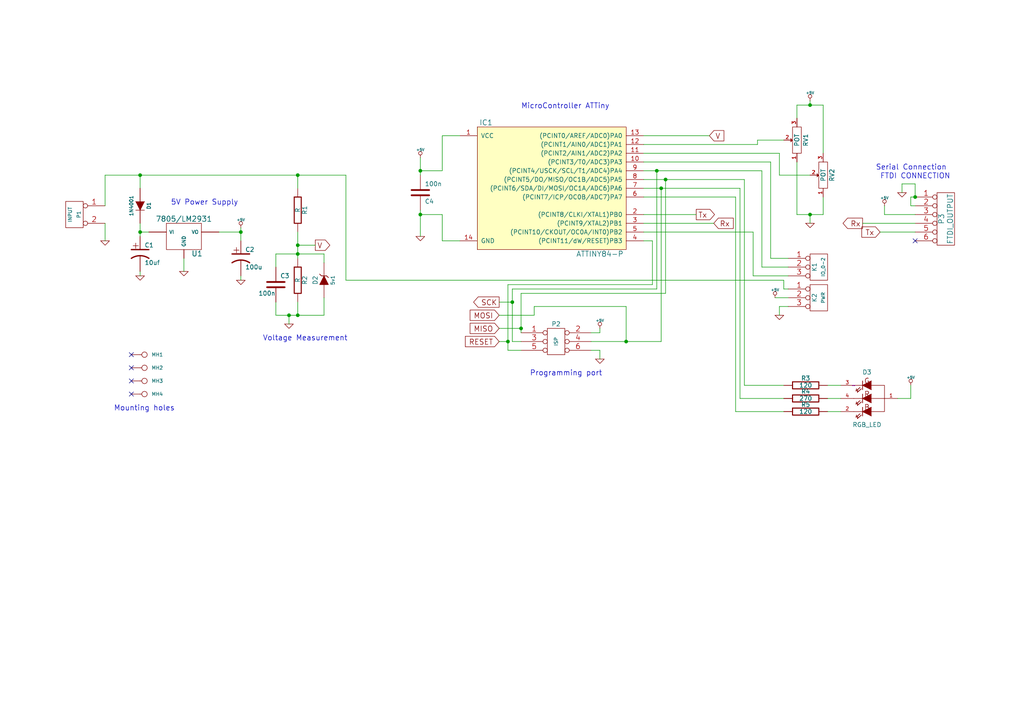
<source format=kicad_sch>
(kicad_sch (version 20230121) (generator eeschema)
  (paper "A4")
  (title_block (date "9 jul 2014"))
  (lib_symbols
    (symbol "Voltage-Display-v1-PCB-rescue:+5V" (power) (pin_names (offset 1.016))
      (property "Value" "+5V" (at 0 2.286 0))
      (symbol "+5V_0_0"
        (pin power_in line (at 0 0 90) (length 0) hide (name "+5V") (number "1"))
      )
      (symbol "+5V_0_1"
        (polyline (pts (xy 0 0) (xy 0 0.762) (xy 0 0.762) (xy 0 0.762)))
        (circle (center 0 1.27) (radius 0.508))
      )
    )
    (symbol "Voltage-Display-v1-PCB-rescue:7805" (pin_numbers hide) (pin_names (offset 0.762))
      (property "Reference" "U" (at 3.81 -4.9784 0))
      (property "Value" "7805" (at 0 5.08 0))
      (symbol "7805_0_1"
        (rectangle (start -5.08 -3.81) (end 5.08 3.81))
      )
      (symbol "7805_1_1"
        (pin input line (at 0 -6.35 90) (length 2.54) (name "GND") (number "GND"))
        (pin input line (at -10.16 1.27 0) (length 5.08) (name "VI") (number "VI"))
        (pin power_out line (at 10.16 1.27 180) (length 5.08) (name "VO") (number "VO"))
      )
    )
    (symbol "Voltage-Display-v1-PCB-rescue:ATTINY84-P" (pin_names (offset 1.016))
      (property "Reference" "IC" (at -19.05 19.05 0))
      (property "Value" "ATTINY84-P" (at 13.97 -19.05 0))
      (symbol "ATTINY84-P_0_1"
        (rectangle (start 21.59 17.78) (end -21.59 -17.78) (fill (type background)))
      )
      (symbol "ATTINY84-P_1_1"
        (pin power_in line (at -26.67 15.24 0) (length 5.08) (name "VCC") (number "1"))
        (pin bidirectional line (at 26.67 7.62 180) (length 5.08) (name "(PCINT3/T0/ADC3)PA3") (number "10"))
        (pin bidirectional line (at 26.67 10.16 180) (length 5.08) (name "(PCINT2/AIN1/ADC2)PA2") (number "11"))
        (pin bidirectional line (at 26.67 12.7 180) (length 5.08) (name "(PCINT1/AIN0/ADC1)PA1") (number "12"))
        (pin bidirectional line (at 26.67 15.24 180) (length 5.08) (name "(PCINT0/AREF/ADC0)PA0") (number "13"))
        (pin power_in line (at -26.67 -15.24 0) (length 5.08) (name "GND") (number "14"))
        (pin bidirectional line (at 26.67 -7.62 180) (length 5.08) (name "(PCINT8/CLKI/XTAL1)PB0") (number "2"))
        (pin bidirectional line (at 26.67 -10.16 180) (length 5.08) (name "(PCINT9/XTAL2)PB1") (number "3"))
        (pin bidirectional line (at 26.67 -15.24 180) (length 5.08) (name "(PCINT11/dW/RESET)PB3") (number "4"))
        (pin bidirectional line (at 26.67 -12.7 180) (length 5.08) (name "(PCINT10/CKOUT/OC0A/INT0)PB2") (number "5"))
        (pin bidirectional line (at 26.67 -2.54 180) (length 5.08) (name "(PCINT7/ICP/OC0B/ADC7)PA7") (number "6"))
        (pin bidirectional line (at 26.67 0 180) (length 5.08) (name "(PCINT6/SDA/DI/MOSI/OC1A/ADC6)PA6") (number "7"))
        (pin bidirectional line (at 26.67 2.54 180) (length 5.08) (name "(PCINT5/DO/MISO/OC1B/ADC5)PA5") (number "8"))
        (pin bidirectional line (at 26.67 5.08 180) (length 5.08) (name "(PCINT4/USCK/SCL/T1/ADC4)PA4") (number "9"))
      )
    )
    (symbol "Voltage-Display-v1-PCB-rescue:C" (pin_numbers hide) (pin_names (offset 0.254))
      (property "Reference" "C" (at 1.27 2.54 0))
      (property "Value" "C" (at 1.27 -2.54 0))
      (symbol "C_0_1"
        (polyline (pts (xy -2.54 -0.762) (xy 2.54 -0.762)) (stroke (width 0.508)))
        (polyline (pts (xy -2.54 0.762) (xy 2.54 0.762)) (stroke (width 0.508)))
      )
      (symbol "C_1_1"
        (pin passive line (at 0 5.08 270) (length 4.318) (name "~") (number "1"))
        (pin passive line (at 0 -5.08 90) (length 4.318) (name "~") (number "2"))
      )
    )
    (symbol "Voltage-Display-v1-PCB-rescue:CONN_1" (pin_numbers hide) (pin_names (offset 0.762) hide)
      (property "Reference" "P" (at 2.032 0 0))
      (symbol "CONN_1_0_1"
        (polyline (pts (xy -0.762 0) (xy -1.27 0)))
        (circle (center 0 0) (radius 0.7874))
      )
      (symbol "CONN_1_1_1"
        (pin passive line (at -3.81 0 0) (length 2.54) (name "1") (number "1"))
      )
    )
    (symbol "Voltage-Display-v1-PCB-rescue:CONN_2" (pin_names (offset 1.016) hide)
      (property "Reference" "P" (at -1.27 0 90))
      (property "Value" "CONN_2" (at 1.27 0 90))
      (symbol "CONN_2_0_1"
        (rectangle (start -2.54 3.81) (end 2.54 -3.81))
      )
      (symbol "CONN_2_1_1"
        (pin passive inverted (at -8.89 2.54 0) (length 6.35) (name "P1") (number "1"))
        (pin passive inverted (at -8.89 -2.54 0) (length 6.35) (name "PM") (number "2"))
      )
    )
    (symbol "Voltage-Display-v1-PCB-rescue:CONN_3" (pin_names (offset 1.016) hide)
      (property "Reference" "K" (at -1.27 0 90))
      (property "Value" "CONN_3" (at 1.27 0 90))
      (symbol "CONN_3_0_1"
        (rectangle (start -2.54 3.81) (end 2.54 -3.81))
      )
      (symbol "CONN_3_1_1"
        (pin passive inverted (at -8.89 2.54 0) (length 6.35) (name "P1") (number "1"))
        (pin passive inverted (at -8.89 0 0) (length 6.35) (name "PM") (number "2"))
        (pin passive inverted (at -8.89 -2.54 0) (length 6.35) (name "P3") (number "3"))
      )
    )
    (symbol "Voltage-Display-v1-PCB-rescue:CONN_3X2" (pin_names (offset 1.016) hide)
      (property "Reference" "P" (at 0 6.35 0))
      (property "Value" "CONN_3X2" (at 0 1.27 90))
      (symbol "CONN_3X2_0_1"
        (rectangle (start -2.54 5.08) (end 2.54 -2.54))
      )
      (symbol "CONN_3X2_1_1"
        (pin passive inverted (at -10.16 3.81 0) (length 7.62) (name "1") (number "1"))
        (pin passive inverted (at 10.16 3.81 180) (length 7.62) (name "2") (number "2"))
        (pin passive inverted (at -10.16 1.27 0) (length 7.62) (name "3") (number "3"))
        (pin passive inverted (at 10.16 1.27 180) (length 7.62) (name "4") (number "4"))
        (pin passive inverted (at -10.16 -1.27 0) (length 7.62) (name "5") (number "5"))
        (pin passive inverted (at 10.16 -1.27 180) (length 7.62) (name "6") (number "6"))
      )
    )
    (symbol "Voltage-Display-v1-PCB-rescue:CONN_6" (pin_names (offset 0.762) hide)
      (property "Reference" "P" (at -1.27 0 90))
      (property "Value" "CONN_6" (at 1.27 0 90))
      (symbol "CONN_6_0_1"
        (rectangle (start -2.54 7.62) (end 2.54 -7.62))
      )
      (symbol "CONN_6_1_1"
        (pin passive inverted (at -8.89 6.35 0) (length 6.35) (name "1") (number "1"))
        (pin passive inverted (at -8.89 3.81 0) (length 6.35) (name "2") (number "2"))
        (pin passive inverted (at -8.89 1.27 0) (length 6.35) (name "3") (number "3"))
        (pin passive inverted (at -8.89 -1.27 0) (length 6.35) (name "4") (number "4"))
        (pin passive inverted (at -8.89 -3.81 0) (length 6.35) (name "5") (number "5"))
        (pin passive inverted (at -8.89 -6.35 0) (length 6.35) (name "6") (number "6"))
      )
    )
    (symbol "Voltage-Display-v1-PCB-rescue:CP1" (pin_numbers hide) (pin_names (offset 0.254) hide)
      (property "Reference" "C" (at 1.27 2.54 0))
      (property "Value" "CP1" (at 1.27 -2.54 0))
      (symbol "CP1_0_0"
        (text "+" (at -1.27 2.54 0) (effects (font (size 2.032 2.032))))
      )
      (symbol "CP1_0_1"
        (polyline (pts (xy -2.54 1.27) (xy 2.54 1.27) (xy 1.27 1.27) (xy 1.27 1.27)) (stroke (width 0.381)))
        (arc (start 2.54 -1.27) (mid 0 -0.5009) (end -2.54 -1.27) (stroke (width 0.381)))
      )
      (symbol "CP1_1_1"
        (pin passive line (at 0 5.08 270) (length 3.81) (name "~") (number "1"))
        (pin passive line (at 0 -5.08 90) (length 4.572) (name "~") (number "2"))
      )
    )
    (symbol "Voltage-Display-v1-PCB-rescue:DIODE" (pin_numbers hide) (pin_names (offset 1.016) hide)
      (property "Reference" "D" (at 0 2.54 0))
      (property "Value" "DIODE" (at 0 -2.54 0))
      (symbol "DIODE_0_1"
        (polyline (pts (xy 1.27 1.27) (xy 1.27 -1.27)) (stroke (width 0.1524)))
        (polyline (pts (xy -1.27 1.27) (xy 1.27 0) (xy -1.27 -1.27)) (fill (type outline)))
      )
      (symbol "DIODE_1_1"
        (pin passive line (at -5.08 0 0) (length 3.81) (name "A") (number "1"))
        (pin passive line (at 5.08 0 180) (length 3.81) (name "K") (number "2"))
      )
    )
    (symbol "Voltage-Display-v1-PCB-rescue:GND" (power) (pin_names (offset 0))
      (symbol "GND_0_1"
        (polyline (pts (xy -1.27 0) (xy 0 -1.27) (xy 1.27 0) (xy -1.27 0)))
      )
      (symbol "GND_1_1"
        (pin power_in line (at 0 0 90) (length 0) hide (name "GND") (number "1"))
      )
    )
    (symbol "Voltage-Display-v1-PCB-rescue:POT" (pin_names (offset 1.016) hide)
      (property "Reference" "RV" (at 0 -2.54 0))
      (property "Value" "POT" (at 0 0 0))
      (symbol "POT_0_1"
        (rectangle (start -3.81 1.27) (end 3.81 -1.27))
        (polyline (pts (xy 0 1.27) (xy -0.508 1.778) (xy 0.508 1.778)) (fill (type outline)))
      )
      (symbol "POT_1_1"
        (pin passive line (at -6.35 0 0) (length 2.54) (name "1") (number "1"))
        (pin passive line (at 0 3.81 270) (length 2.032) (name "2") (number "2"))
        (pin passive line (at 6.35 0 180) (length 2.54) (name "3") (number "3"))
      )
    )
    (symbol "Voltage-Display-v1-PCB-rescue:R" (pin_numbers hide) (pin_names (offset 0))
      (property "Reference" "R" (at 2.032 0 90))
      (property "Value" "R" (at 0 0 90))
      (symbol "R_0_1"
        (rectangle (start -1.016 3.81) (end 1.016 -3.81) (stroke (width 0.3048)))
      )
      (symbol "R_1_1"
        (pin passive line (at 0 6.35 270) (length 2.54) (name "~") (number "1"))
        (pin passive line (at 0 -6.35 90) (length 2.54) (name "~") (number "2"))
      )
    )
    (symbol "Voltage-Display-v1-PCB-rescue:RGB_LED" (pin_names (offset 1.016) hide)
      (property "Reference" "D" (at -3.81 3.81 0))
      (property "Value" "RGB_LED" (at -3.81 -11.43 0))
      (symbol "RGB_LED_0_0"
        (text "B" (at -3.81 -6.35 0) (effects (font (size 1.524 1.524))))
        (text "G" (at -3.81 1.27 0) (effects (font (size 1.524 1.524))))
        (text "R" (at -3.81 -2.54 0) (effects (font (size 1.524 1.524))))
      )
      (symbol "RGB_LED_0_1"
        (polyline (pts (xy -2.54 -6.35) (xy -2.54 -8.89)))
        (polyline (pts (xy -2.54 -6.35) (xy -2.54 -8.89)))
        (polyline (pts (xy -2.54 -2.54) (xy -2.54 -5.08)))
        (polyline (pts (xy -2.54 -2.54) (xy -2.54 -5.08)))
        (polyline (pts (xy -2.54 1.27) (xy -2.54 -1.27)))
        (polyline (pts (xy -2.54 1.27) (xy -2.54 -1.27)))
        (polyline (pts (xy -8.89 -3.81) (xy -5.08 -3.81) (xy -5.08 -3.81)))
        (polyline (pts (xy -5.08 -6.35) (xy -2.54 -7.62) (xy -5.08 -8.89)) (fill (type outline)))
        (polyline (pts (xy -5.08 -6.35) (xy -2.54 -7.62) (xy -5.08 -8.89)) (fill (type outline)))
        (polyline (pts (xy -5.08 -2.54) (xy -2.54 -3.81) (xy -5.08 -5.08)) (fill (type outline)))
        (polyline (pts (xy -5.08 -2.54) (xy -2.54 -3.81) (xy -5.08 -5.08)) (fill (type outline)))
        (polyline (pts (xy -5.08 1.27) (xy -2.54 0) (xy -5.08 -1.27)) (fill (type outline)))
        (polyline (pts (xy -5.08 1.27) (xy -2.54 0) (xy -5.08 -1.27)) (fill (type outline)))
        (polyline (pts (xy -2.54 -7.62) (xy 0 -7.62) (xy 0 -7.62)))
        (polyline (pts (xy -2.54 -3.81) (xy 0 -3.81) (xy 0 -3.81)))
        (polyline (pts (xy -2.54 0) (xy 0 0) (xy 0 0)))
        (polyline (pts (xy -2.159 -8.636) (xy -1.016 -9.652) (xy -1.143 -9.017)))
        (polyline (pts (xy -2.159 -8.636) (xy -1.016 -9.652) (xy -1.143 -9.017)))
        (polyline (pts (xy -2.159 -4.826) (xy -1.016 -5.842) (xy -1.143 -5.207)))
        (polyline (pts (xy -2.159 -4.826) (xy -1.016 -5.842) (xy -1.143 -5.207)))
        (polyline (pts (xy -2.159 -1.016) (xy -1.016 -2.032) (xy -1.143 -1.397)))
        (polyline (pts (xy -2.159 -1.016) (xy -1.016 -2.032) (xy -1.143 -1.397)))
        (polyline (pts (xy -1.778 -8.255) (xy -0.635 -9.271) (xy -0.762 -8.636)))
        (polyline (pts (xy -1.778 -8.255) (xy -0.635 -9.271) (xy -0.762 -8.636)))
        (polyline (pts (xy -1.778 -4.445) (xy -0.635 -5.461) (xy -0.762 -4.826)))
        (polyline (pts (xy -1.778 -4.445) (xy -0.635 -5.461) (xy -0.762 -4.826)))
        (polyline (pts (xy -1.778 -0.635) (xy -0.635 -1.651) (xy -0.762 -1.016)))
        (polyline (pts (xy -1.778 -0.635) (xy -0.635 -1.651) (xy -0.762 -1.016)))
        (polyline (pts (xy -5.08 0) (xy -8.89 0) (xy -8.89 -3.81) (xy -8.89 -3.81) (xy -8.89 -7.62) (xy -8.89 -7.62) (xy -5.08 -7.62) (xy -5.08 -7.62) (xy -5.08 -7.62)))
      )
      (symbol "RGB_LED_1_1"
        (pin passive line (at -12.7 -3.81 0) (length 3.81) (name "A") (number "1"))
        (pin passive line (at 3.81 -7.62 180) (length 3.81) (name "B") (number "2"))
        (pin passive line (at 3.81 0 180) (length 3.81) (name "G") (number "3"))
        (pin passive line (at 3.81 -3.81 180) (length 3.81) (name "R") (number "4"))
      )
    )
    (symbol "Voltage-Display-v1-PCB-rescue:ZENER" (pin_numbers hide) (pin_names (offset 1.016) hide)
      (property "Reference" "D" (at 0 2.54 0))
      (property "Value" "ZENER" (at 0 -2.54 0))
      (symbol "ZENER_0_1"
        (polyline (pts (xy 1.27 0) (xy -1.27 1.27) (xy -1.27 -1.27) (xy 1.27 0) (xy 1.27 0)) (fill (type outline)))
        (polyline (pts (xy 1.778 1.27) (xy 1.27 0.762) (xy 1.27 -0.762) (xy 0.762 -1.27) (xy 0.762 -1.27)) (stroke (width 0.2032)))
      )
      (symbol "ZENER_1_1"
        (pin passive line (at -5.08 0 0) (length 3.81) (name "A") (number "1"))
        (pin passive line (at 5.08 0 180) (length 3.81) (name "K") (number "2"))
      )
    )
  )
  (junction (at 83.82 91.44))
  (junction (at 191.77 54.61))
  (junction (at 234.95 62.23))
  (junction (at 190.5 49.53))
  (junction (at 40.64 67.31))
  (junction (at 86.36 71.12))
  (junction (at 86.36 50.8))
  (junction (at 148.59 87.63))
  (junction (at 40.64 50.8))
  (junction (at 147.32 99.06))
  (junction (at 69.85 67.31))
  (junction (at 151.13 95.25))
  (junction (at 193.04 52.07))
  (junction (at 121.92 62.23))
  (junction (at 181.61 99.06))
  (junction (at 121.92 49.53))
  (junction (at 86.36 73.66))
  (junction (at 234.95 30.48))
  (junction (at 86.36 91.44))
  (junction (at 265.43 57.15))
  (no_connect (at 38.1 110.49))
  (no_connect (at 265.43 69.85))
  (no_connect (at 38.1 106.68))
  (no_connect (at 38.1 114.3))
  (no_connect (at 38.1 102.87))
  (wire (pts (xy 30.48 69.85) (xy 30.48 64.77)))
  (wire (pts (xy 186.69 44.45) (xy 226.06 44.45)))
  (wire (pts (xy 181.61 88.9) (xy 154.94 88.9)))
  (wire (pts (xy 189.23 69.85) (xy 186.69 69.85)))
  (wire (pts (xy 256.54 62.23) (xy 265.43 62.23)))
  (wire (pts (xy 86.36 91.44) (xy 83.82 91.44)))
  (wire (pts (xy 147.32 99.06) (xy 147.32 101.6)))
  (wire (pts (xy 191.77 99.06) (xy 191.77 54.61)))
  (wire (pts (xy 226.06 88.9) (xy 226.06 91.44)))
  (wire (pts (xy 186.69 57.15) (xy 213.36 57.15)))
  (wire (pts (xy 228.6 83.82) (xy 227.33 83.82)))
  (wire (pts (xy 227.33 111.76) (xy 215.9 111.76)))
  (wire (pts (xy 154.94 88.9) (xy 154.94 91.44)))
  (wire (pts (xy 151.13 95.25) (xy 151.13 96.52)))
  (wire (pts (xy 173.99 101.6) (xy 173.99 104.14)))
  (wire (pts (xy 264.16 57.15) (xy 265.43 57.15)))
  (wire (pts (xy 93.98 91.44) (xy 93.98 86.36)))
  (wire (pts (xy 151.13 99.06) (xy 148.59 99.06)))
  (wire (pts (xy 238.76 62.23) (xy 238.76 57.15)))
  (wire (pts (xy 86.36 50.8) (xy 86.36 54.61)))
  (wire (pts (xy 86.36 71.12) (xy 91.44 71.12)))
  (wire (pts (xy 265.43 53.34) (xy 261.62 53.34)))
  (wire (pts (xy 93.98 73.66) (xy 93.98 76.2)))
  (wire (pts (xy 69.85 69.85) (xy 69.85 67.31)))
  (wire (pts (xy 147.32 82.55) (xy 189.23 82.55)))
  (wire (pts (xy 121.92 45.72) (xy 121.92 49.53)))
  (wire (pts (xy 256.54 62.23) (xy 256.54 59.69)))
  (wire (pts (xy 121.92 62.23) (xy 128.27 62.23)))
  (wire (pts (xy 186.69 67.31) (xy 218.44 67.31)))
  (wire (pts (xy 234.95 29.21) (xy 234.95 30.48)))
  (wire (pts (xy 243.84 111.76) (xy 240.03 111.76)))
  (wire (pts (xy 218.44 80.01) (xy 228.6 80.01)))
  (wire (pts (xy 223.52 74.93) (xy 228.6 74.93)))
  (wire (pts (xy 69.85 67.31) (xy 69.85 66.04)))
  (wire (pts (xy 86.36 73.66) (xy 86.36 74.93)))
  (wire (pts (xy 193.04 52.07) (xy 215.9 52.07)))
  (wire (pts (xy 186.69 64.77) (xy 207.01 64.77)))
  (wire (pts (xy 121.92 49.53) (xy 128.27 49.53)))
  (wire (pts (xy 86.36 50.8) (xy 100.33 50.8)))
  (wire (pts (xy 264.16 115.57) (xy 264.16 111.76)))
  (wire (pts (xy 189.23 82.55) (xy 189.23 69.85)))
  (wire (pts (xy 264.16 59.69) (xy 264.16 57.15)))
  (wire (pts (xy 40.64 64.77) (xy 40.64 67.31)))
  (wire (pts (xy 151.13 85.09) (xy 151.13 95.25)))
  (wire (pts (xy 80.01 77.47) (xy 80.01 73.66)))
  (wire (pts (xy 231.14 34.29) (xy 231.14 30.48)))
  (wire (pts (xy 224.79 86.36) (xy 228.6 86.36)))
  (wire (pts (xy 63.5 67.31) (xy 69.85 67.31)))
  (wire (pts (xy 190.5 83.82) (xy 190.5 49.53)))
  (wire (pts (xy 234.95 30.48) (xy 238.76 30.48)))
  (wire (pts (xy 173.99 96.52) (xy 173.99 95.25)))
  (wire (pts (xy 228.6 77.47) (xy 220.98 77.47)))
  (wire (pts (xy 231.14 46.99) (xy 231.14 62.23)))
  (wire (pts (xy 148.59 87.63) (xy 148.59 83.82)))
  (wire (pts (xy 265.43 59.69) (xy 264.16 59.69)))
  (wire (pts (xy 30.48 50.8) (xy 40.64 50.8)))
  (wire (pts (xy 214.63 54.61) (xy 214.63 115.57)))
  (wire (pts (xy 93.98 91.44) (xy 86.36 91.44)))
  (wire (pts (xy 226.06 50.8) (xy 234.95 50.8)))
  (wire (pts (xy 213.36 119.38) (xy 227.33 119.38)))
  (wire (pts (xy 86.36 71.12) (xy 86.36 73.66)))
  (wire (pts (xy 43.18 67.31) (xy 40.64 67.31)))
  (wire (pts (xy 83.82 93.98) (xy 83.82 91.44)))
  (wire (pts (xy 193.04 85.09) (xy 193.04 52.07)))
  (wire (pts (xy 265.43 53.34) (xy 265.43 57.15)))
  (wire (pts (xy 190.5 49.53) (xy 220.98 49.53)))
  (wire (pts (xy 128.27 69.85) (xy 133.35 69.85)))
  (wire (pts (xy 69.85 81.28) (xy 69.85 80.01)))
  (wire (pts (xy 191.77 54.61) (xy 214.63 54.61)))
  (wire (pts (xy 243.84 115.57) (xy 240.03 115.57)))
  (wire (pts (xy 220.98 77.47) (xy 220.98 49.53)))
  (wire (pts (xy 234.95 64.77) (xy 234.95 62.23)))
  (wire (pts (xy 171.45 96.52) (xy 173.99 96.52)))
  (wire (pts (xy 144.78 99.06) (xy 147.32 99.06)))
  (wire (pts (xy 238.76 30.48) (xy 238.76 44.45)))
  (wire (pts (xy 128.27 62.23) (xy 128.27 69.85)))
  (wire (pts (xy 260.35 115.57) (xy 264.16 115.57)))
  (wire (pts (xy 223.52 46.99) (xy 223.52 74.93)))
  (wire (pts (xy 171.45 101.6) (xy 173.99 101.6)))
  (wire (pts (xy 227.33 83.82) (xy 227.33 81.28)))
  (wire (pts (xy 186.69 52.07) (xy 193.04 52.07)))
  (wire (pts (xy 86.36 73.66) (xy 93.98 73.66)))
  (wire (pts (xy 53.34 78.74) (xy 53.34 74.93)))
  (wire (pts (xy 213.36 57.15) (xy 213.36 119.38)))
  (wire (pts (xy 121.92 62.23) (xy 121.92 68.58)))
  (wire (pts (xy 151.13 95.25) (xy 144.78 95.25)))
  (wire (pts (xy 151.13 85.09) (xy 193.04 85.09)))
  (wire (pts (xy 86.36 67.31) (xy 86.36 71.12)))
  (wire (pts (xy 121.92 60.96) (xy 121.92 62.23)))
  (wire (pts (xy 80.01 73.66) (xy 86.36 73.66)))
  (wire (pts (xy 186.69 54.61) (xy 191.77 54.61)))
  (wire (pts (xy 144.78 87.63) (xy 148.59 87.63)))
  (wire (pts (xy 40.64 80.01) (xy 40.64 78.74)))
  (wire (pts (xy 40.64 50.8) (xy 86.36 50.8)))
  (wire (pts (xy 261.62 53.34) (xy 261.62 55.88)))
  (wire (pts (xy 255.27 67.31) (xy 265.43 67.31)))
  (wire (pts (xy 80.01 91.44) (xy 80.01 87.63)))
  (wire (pts (xy 250.19 64.77) (xy 265.43 64.77)))
  (wire (pts (xy 219.71 40.64) (xy 227.33 40.64)))
  (wire (pts (xy 186.69 39.37) (xy 205.74 39.37)))
  (wire (pts (xy 226.06 44.45) (xy 226.06 50.8)))
  (wire (pts (xy 147.32 82.55) (xy 147.32 99.06)))
  (wire (pts (xy 181.61 99.06) (xy 181.61 88.9)))
  (wire (pts (xy 148.59 99.06) (xy 148.59 87.63)))
  (wire (pts (xy 30.48 59.69) (xy 30.48 50.8)))
  (wire (pts (xy 154.94 91.44) (xy 144.78 91.44)))
  (wire (pts (xy 147.32 101.6) (xy 151.13 101.6)))
  (wire (pts (xy 83.82 91.44) (xy 80.01 91.44)))
  (wire (pts (xy 186.69 46.99) (xy 223.52 46.99)))
  (wire (pts (xy 215.9 52.07) (xy 215.9 111.76)))
  (wire (pts (xy 86.36 91.44) (xy 86.36 87.63)))
  (wire (pts (xy 231.14 30.48) (xy 234.95 30.48)))
  (wire (pts (xy 228.6 88.9) (xy 226.06 88.9)))
  (wire (pts (xy 128.27 39.37) (xy 133.35 39.37)))
  (wire (pts (xy 231.14 62.23) (xy 234.95 62.23)))
  (wire (pts (xy 121.92 49.53) (xy 121.92 50.8)))
  (wire (pts (xy 181.61 99.06) (xy 191.77 99.06)))
  (wire (pts (xy 227.33 115.57) (xy 214.63 115.57)))
  (wire (pts (xy 40.64 67.31) (xy 40.64 68.58)))
  (wire (pts (xy 234.95 62.23) (xy 238.76 62.23)))
  (wire (pts (xy 128.27 49.53) (xy 128.27 39.37)))
  (wire (pts (xy 100.33 81.28) (xy 100.33 50.8)))
  (wire (pts (xy 186.69 49.53) (xy 190.5 49.53)))
  (wire (pts (xy 186.69 41.91) (xy 219.71 41.91)))
  (wire (pts (xy 186.69 62.23) (xy 201.93 62.23)))
  (wire (pts (xy 148.59 83.82) (xy 190.5 83.82)))
  (wire (pts (xy 218.44 67.31) (xy 218.44 80.01)))
  (wire (pts (xy 227.33 81.28) (xy 100.33 81.28)))
  (wire (pts (xy 243.84 119.38) (xy 240.03 119.38)))
  (wire (pts (xy 40.64 50.8) (xy 40.64 54.61)))
  (wire (pts (xy 171.45 99.06) (xy 181.61 99.06)))
  (wire (pts (xy 219.71 41.91) (xy 219.71 40.64)))
  (text "Mounting holes" (at 33.02 119.38 0) (effects (font (size 1.524 1.524)) (justify left bottom)))
  (text "Serial Connection" (at 254 49.53 0) (effects (font (size 1.524 1.524)) (justify left bottom)))
  (text "Programming port" (at 153.67 109.22 0) (effects (font (size 1.524 1.524)) (justify left bottom)))
  (text "5V Power Supply" (at 49.53 59.69 0) (effects (font (size 1.524 1.524)) (justify left bottom)))
  (text "Voltage Measurement" (at 76.2 99.06 0) (effects (font (size 1.524 1.524)) (justify left bottom)))
  (text "FTDI CONNECTION" (at 255.27 52.07 0) (effects (font (size 1.524 1.524)) (justify left bottom)))
  (text "MicroController ATTiny" (at 151.13 31.75 0) (effects (font (size 1.524 1.524)) (justify left bottom)))
  (global_label "MISO" (shape input) (at 144.78 95.25 180) (effects (font (size 1.524 1.524))) (property "Intersheetrefs" "${INTERSHEET_REFS}" (effects hide)))
  (global_label "MOSI" (shape input) (at 144.78 91.44 180) (effects (font (size 1.524 1.524))) (property "Intersheetrefs" "${INTERSHEET_REFS}" (effects hide)))
  (global_label "Tx" (shape output) (at 201.93 62.23 0) (effects (font (size 1.524 1.524))) (property "Intersheetrefs" "${INTERSHEET_REFS}" (effects hide)))
  (global_label "Tx" (shape input) (at 255.27 67.31 180) (effects (font (size 1.524 1.524))) (property "Intersheetrefs" "${INTERSHEET_REFS}" (effects hide)))
  (global_label "SCK" (shape output) (at 144.78 87.63 180) (effects (font (size 1.524 1.524))) (property "Intersheetrefs" "${INTERSHEET_REFS}" (effects hide)))
  (global_label "Rx" (shape output) (at 250.19 64.77 180) (effects (font (size 1.524 1.524))) (property "Intersheetrefs" "${INTERSHEET_REFS}" (effects hide)))
  (global_label "Rx" (shape input) (at 207.01 64.77 0) (effects (font (size 1.524 1.524))) (property "Intersheetrefs" "${INTERSHEET_REFS}" (effects hide)))
  (global_label "RESET" (shape input) (at 144.78 99.06 180) (effects (font (size 1.524 1.524))) (property "Intersheetrefs" "${INTERSHEET_REFS}" (effects hide)))
  (global_label "V" (shape input) (at 205.74 39.37 0) (effects (font (size 1.524 1.524))) (property "Intersheetrefs" "${INTERSHEET_REFS}" (effects hide)))
  (global_label "V" (shape output) (at 91.44 71.12 0) (effects (font (size 1.524 1.524))) (property "Intersheetrefs" "${INTERSHEET_REFS}" (effects hide)))
  (symbol (lib_id "Voltage-Display-v1-PCB-rescue:CP1") (at 40.64 73.66 0) (unit 1)
    (property "Reference" "C1" (at 41.91 71.12 0) (effects (justify left)))
    (property "Value" "10uf" (at 41.91 76.2 0) (effects (justify left)))
  )
  (symbol (lib_id "Voltage-Display-v1-PCB-rescue:CP1") (at 69.85 74.93 0) (unit 1)
    (property "Reference" "C2" (at 71.12 72.39 0) (effects (justify left)))
    (property "Value" "100u" (at 71.12 77.47 0) (effects (justify left)))
  )
  (symbol (lib_id "Voltage-Display-v1-PCB-rescue:7805") (at 53.34 68.58 0) (unit 1)
    (property "Reference" "U1" (at 57.15 73.5584 0) (effects (font (size 1.524 1.524))))
    (property "Value" "7805/LM2931" (at 53.34 63.5 0) (effects (font (size 1.524 1.524))))
  )
  (symbol (lib_id "Voltage-Display-v1-PCB-rescue:C") (at 121.92 55.88 0) (mirror x) (unit 1)
    (property "Reference" "C4" (at 123.19 58.42 0) (effects (justify left)))
    (property "Value" "100n" (at 123.19 53.34 0) (effects (justify left)))
  )
  (symbol (lib_id "Voltage-Display-v1-PCB-rescue:CONN_2") (at 21.59 62.23 0) (mirror y) (unit 1)
    (property "Reference" "P1" (at 22.86 62.23 90) (effects (font (size 1.016 1.016))))
    (property "Value" "INPUT" (at 20.32 62.23 90) (effects (font (size 1.016 1.016))))
  )
  (symbol (lib_id "Voltage-Display-v1-PCB-rescue:R") (at 86.36 60.96 0) (unit 1)
    (property "Reference" "R1" (at 88.392 60.96 90))
    (property "Value" "R" (at 86.36 60.96 90))
  )
  (symbol (lib_id "Voltage-Display-v1-PCB-rescue:R") (at 86.36 81.28 0) (unit 1)
    (property "Reference" "R2" (at 88.392 81.28 90))
    (property "Value" "R" (at 86.36 81.28 90))
  )
  (symbol (lib_id "Voltage-Display-v1-PCB-rescue:CONN_3X2") (at 161.29 100.33 0) (unit 1)
    (property "Reference" "P2" (at 161.29 93.98 0))
    (property "Value" "ISP" (at 161.29 99.06 90) (effects (font (size 1.016 1.016))))
  )
  (symbol (lib_id "Voltage-Display-v1-PCB-rescue:DIODE") (at 40.64 59.69 270) (unit 1)
    (property "Reference" "D1" (at 43.18 59.69 0) (effects (font (size 1.016 1.016))))
    (property "Value" "1N4001" (at 38.1 59.69 0) (effects (font (size 1.016 1.016))))
  )
  (symbol (lib_id "Voltage-Display-v1-PCB-rescue:C") (at 80.01 82.55 0) (unit 1)
    (property "Reference" "C3" (at 81.28 80.01 0) (effects (justify left)))
    (property "Value" "100n" (at 74.93 85.09 0) (effects (justify left)))
  )
  (symbol (lib_id "Voltage-Display-v1-PCB-rescue:GND") (at 53.34 78.74 0) (unit 1)
    (property "Reference" "#PWR010" (effects hide))
    (property "Value" "GND" (effects hide))
  )
  (symbol (lib_id "Voltage-Display-v1-PCB-rescue:GND") (at 83.82 93.98 0) (unit 1)
    (property "Reference" "#PWR09" (effects hide))
    (property "Value" "GND" (effects hide))
  )
  (symbol (lib_id "Voltage-Display-v1-PCB-rescue:GND") (at 173.99 104.14 0) (unit 1)
    (property "Reference" "#PWR08" (effects hide))
    (property "Value" "GND" (effects hide))
  )
  (symbol (lib_id "Voltage-Display-v1-PCB-rescue:+5V") (at 173.99 95.25 0) (unit 1)
    (property "Reference" "#PWR07" (effects hide))
    (property "Value" "+5V" (at 173.99 92.964 0) (effects (font (size 0.762 0.762))))
  )
  (symbol (lib_id "Voltage-Display-v1-PCB-rescue:+5V") (at 121.92 45.72 0) (unit 1)
    (property "Reference" "#PWR06" (effects hide))
    (property "Value" "+5V" (at 121.92 43.434 0) (effects (font (size 0.762 0.762))))
  )
  (symbol (lib_id "Voltage-Display-v1-PCB-rescue:+5V") (at 69.85 66.04 0) (unit 1)
    (property "Reference" "#PWR05" (effects hide))
    (property "Value" "+5V" (at 69.85 63.754 0) (effects (font (size 0.762 0.762))))
  )
  (symbol (lib_id "Voltage-Display-v1-PCB-rescue:GND") (at 40.64 80.01 0) (unit 1)
    (property "Reference" "#PWR04" (effects hide))
    (property "Value" "GND" (effects hide))
  )
  (symbol (lib_id "Voltage-Display-v1-PCB-rescue:GND") (at 121.92 68.58 0) (unit 1)
    (property "Reference" "#PWR03" (effects hide))
    (property "Value" "GND" (effects hide))
  )
  (symbol (lib_id "Voltage-Display-v1-PCB-rescue:GND") (at 69.85 81.28 0) (unit 1)
    (property "Reference" "#PWR02" (effects hide))
    (property "Value" "GND" (effects hide))
  )
  (symbol (lib_id "Voltage-Display-v1-PCB-rescue:ZENER") (at 93.98 81.28 90) (unit 1)
    (property "Reference" "D2" (at 91.44 81.28 0))
    (property "Value" "5v1" (at 96.52 81.28 0) (effects (font (size 1.016 1.016))))
  )
  (symbol (lib_id "Voltage-Display-v1-PCB-rescue:GND") (at 261.62 55.88 0) (unit 1)
    (property "Reference" "#PWR01" (effects hide))
    (property "Value" "GND" (effects hide))
  )
  (symbol (lib_id "Voltage-Display-v1-PCB-rescue:CONN_3") (at 237.49 77.47 0) (unit 1)
    (property "Reference" "K1" (at 236.22 77.47 90))
    (property "Value" "IO_0-2" (at 238.76 77.47 90) (effects (font (size 1.016 1.016))))
  )
  (symbol (lib_id "Voltage-Display-v1-PCB-rescue:CONN_6") (at 274.32 63.5 0) (unit 1)
    (property "Reference" "P3" (at 273.05 63.5 90) (effects (font (size 1.524 1.524))))
    (property "Value" "FTDI_OUTPUT" (at 275.59 63.5 90) (effects (font (size 1.524 1.524))))
  )
  (symbol (lib_id "Voltage-Display-v1-PCB-rescue:CONN_1") (at 41.91 102.87 0) (unit 1)
    (property "Reference" "MH1" (at 43.942 102.87 0) (effects (font (size 1.016 1.016)) (justify left)))
    (property "Value" "CONN_1" (effects hide))
  )
  (symbol (lib_id "Voltage-Display-v1-PCB-rescue:CONN_1") (at 41.91 106.68 0) (unit 1)
    (property "Reference" "MH2" (at 43.942 106.68 0) (effects (font (size 1.016 1.016)) (justify left)))
    (property "Value" "CONN_1" (effects hide))
  )
  (symbol (lib_id "Voltage-Display-v1-PCB-rescue:CONN_1") (at 41.91 110.49 0) (unit 1)
    (property "Reference" "MH3" (at 43.942 110.49 0) (effects (font (size 1.016 1.016)) (justify left)))
    (property "Value" "CONN_1" (effects hide))
  )
  (symbol (lib_id "Voltage-Display-v1-PCB-rescue:CONN_1") (at 41.91 114.3 0) (unit 1)
    (property "Reference" "MH4" (at 43.942 114.3 0) (effects (font (size 1.016 1.016)) (justify left)))
    (property "Value" "CONN_1" (effects hide))
  )
  (symbol (lib_id "Voltage-Display-v1-PCB-rescue:+5V") (at 256.54 59.69 0) (unit 1)
    (property "Reference" "#PWR011" (effects hide))
    (property "Value" "+5V" (at 256.54 57.404 0) (effects (font (size 0.762 0.762))))
  )
  (symbol (lib_id "Voltage-Display-v1-PCB-rescue:RGB_LED") (at 247.65 111.76 0) (mirror y) (unit 1)
    (property "Reference" "D3" (at 251.46 107.95 0))
    (property "Value" "RGB_LED" (at 251.46 123.19 0))
    (property "Footprint" "~" (at 247.65 111.76 0) (effects (font (size 1.524 1.524))))
    (property "Datasheet" "~" (at 247.65 111.76 0) (effects (font (size 1.524 1.524))))
  )
  (symbol (lib_id "Voltage-Display-v1-PCB-rescue:GND") (at 30.48 69.85 0) (unit 1)
    (property "Reference" "#PWR012" (effects hide))
    (property "Value" "GND" (effects hide))
  )
  (symbol (lib_id "Voltage-Display-v1-PCB-rescue:ATTINY84-P") (at 160.02 54.61 0) (unit 1)
    (property "Reference" "IC1" (at 140.97 35.56 0) (effects (font (size 1.524 1.524))))
    (property "Value" "ATTINY84-P" (at 173.99 73.66 0) (effects (font (size 1.524 1.524))))
    (property "Footprint" "DIP14" (effects hide))
  )
  (symbol (lib_id "Voltage-Display-v1-PCB-rescue:+5V") (at 264.16 111.76 0) (mirror y) (unit 1)
    (property "Reference" "#PWR013" (effects hide))
    (property "Value" "+5V" (at 264.16 109.474 0) (effects (font (size 0.762 0.762))))
  )
  (symbol (lib_id "Voltage-Display-v1-PCB-rescue:R") (at 233.68 111.76 270) (mirror x) (unit 1)
    (property "Reference" "R3" (at 233.68 109.728 90))
    (property "Value" "120" (at 233.68 111.76 90))
  )
  (symbol (lib_id "Voltage-Display-v1-PCB-rescue:R") (at 233.68 115.57 270) (mirror x) (unit 1)
    (property "Reference" "R4" (at 233.68 113.538 90))
    (property "Value" "270" (at 233.68 115.57 90))
  )
  (symbol (lib_id "Voltage-Display-v1-PCB-rescue:R") (at 233.68 119.38 270) (mirror x) (unit 1)
    (property "Reference" "R5" (at 233.68 117.348 90))
    (property "Value" "120" (at 233.68 119.38 90))
  )
  (symbol (lib_id "Voltage-Display-v1-PCB-rescue:POT") (at 231.14 40.64 90) (unit 1)
    (property "Reference" "RV1" (at 233.68 40.64 0))
    (property "Value" "POT" (at 231.14 40.64 0))
  )
  (symbol (lib_id "Voltage-Display-v1-PCB-rescue:POT") (at 238.76 50.8 90) (unit 1)
    (property "Reference" "RV2" (at 241.3 50.8 0))
    (property "Value" "POT" (at 238.76 50.8 0))
  )
  (symbol (lib_id "Voltage-Display-v1-PCB-rescue:+5V") (at 234.95 29.21 0) (unit 1)
    (property "Reference" "#PWR014" (effects hide))
    (property "Value" "+5V" (at 234.95 26.924 0) (effects (font (size 0.762 0.762))))
  )
  (symbol (lib_id "Voltage-Display-v1-PCB-rescue:GND") (at 234.95 64.77 0) (unit 1)
    (property "Reference" "#PWR015" (effects hide))
    (property "Value" "GND" (effects hide))
  )
  (symbol (lib_id "Voltage-Display-v1-PCB-rescue:+5V") (at 224.79 86.36 0) (unit 1)
    (property "Reference" "#PWR016" (effects hide))
    (property "Value" "+5V" (at 224.79 84.074 0) (effects (font (size 0.762 0.762))))
  )
  (symbol (lib_id "Voltage-Display-v1-PCB-rescue:GND") (at 226.06 91.44 0) (unit 1)
    (property "Reference" "#PWR017" (effects hide))
    (property "Value" "GND" (effects hide))
  )
  (symbol (lib_id "Voltage-Display-v1-PCB-rescue:CONN_3") (at 237.49 86.36 0) (unit 1)
    (property "Reference" "K2" (at 236.22 86.36 90))
    (property "Value" "PWR" (at 238.76 86.36 90) (effects (font (size 1.016 1.016))))
  )
)
</source>
